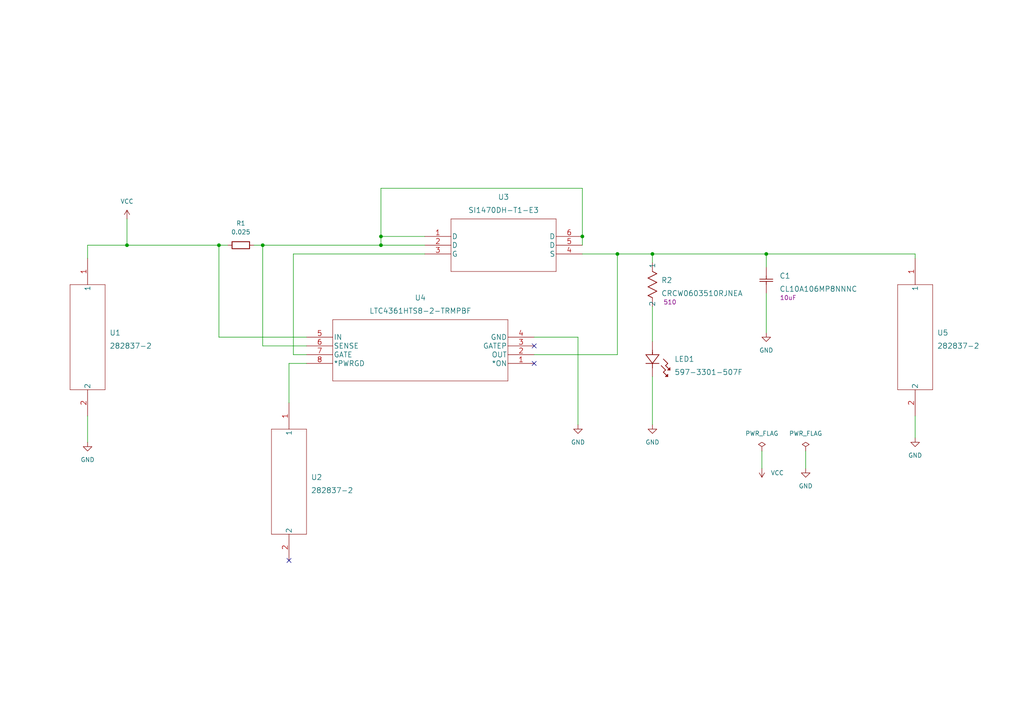
<source format=kicad_sch>
(kicad_sch (version 20211123) (generator eeschema)

  (uuid e7eaf61c-811d-4996-a347-5da7958d9c82)

  (paper "A4")

  (lib_symbols
    (symbol "282837-2:282837-2" (pin_names (offset 0.254)) (in_bom yes) (on_board yes)
      (property "Reference" "U" (id 0) (at 22.86 10.16 0)
        (effects (font (size 1.524 1.524)))
      )
      (property "Value" "282837-2" (id 1) (at 22.86 7.62 0)
        (effects (font (size 1.524 1.524)))
      )
      (property "Footprint" "282837-2_TYC" (id 2) (at 22.86 6.096 0)
        (effects (font (size 1.524 1.524)) hide)
      )
      (property "Datasheet" "" (id 3) (at 0 0 0)
        (effects (font (size 1.524 1.524)))
      )
      (property "ki_locked" "" (id 4) (at 0 0 0)
        (effects (font (size 1.27 1.27)))
      )
      (property "ki_fp_filters" "282837-2_TYC" (id 5) (at 0 0 0)
        (effects (font (size 1.27 1.27)) hide)
      )
      (symbol "282837-2_1_1"
        (polyline
          (pts
            (xy 7.62 -5.08)
            (xy 38.1 -5.08)
          )
          (stroke (width 0.127) (type default) (color 0 0 0 0))
          (fill (type none))
        )
        (polyline
          (pts
            (xy 7.62 5.08)
            (xy 7.62 -5.08)
          )
          (stroke (width 0.127) (type default) (color 0 0 0 0))
          (fill (type none))
        )
        (polyline
          (pts
            (xy 38.1 -5.08)
            (xy 38.1 5.08)
          )
          (stroke (width 0.127) (type default) (color 0 0 0 0))
          (fill (type none))
        )
        (polyline
          (pts
            (xy 38.1 5.08)
            (xy 7.62 5.08)
          )
          (stroke (width 0.127) (type default) (color 0 0 0 0))
          (fill (type none))
        )
        (pin unspecified line (at 0 0 0) (length 7.62)
          (name "1" (effects (font (size 1.4986 1.4986))))
          (number "1" (effects (font (size 1.4986 1.4986))))
        )
        (pin unspecified line (at 45.72 0 180) (length 7.62)
          (name "2" (effects (font (size 1.4986 1.4986))))
          (number "2" (effects (font (size 1.4986 1.4986))))
        )
      )
    )
    (symbol "597-3301-507F:597-3301-507F" (pin_numbers hide) (pin_names hide) (in_bom yes) (on_board yes)
      (property "Reference" "LED" (id 0) (at 5.08 -4.445 0)
        (effects (font (size 1.524 1.524)))
      )
      (property "Value" "597-3301-507F" (id 1) (at 5.08 -7.62 0)
        (effects (font (size 1.524 1.524)))
      )
      (property "Footprint" "LED_111-507F_DIA" (id 2) (at 5.08 -9.144 0)
        (effects (font (size 1.524 1.524)) hide)
      )
      (property "Datasheet" "" (id 3) (at 0 0 0)
        (effects (font (size 1.524 1.524)))
      )
      (property "ki_locked" "" (id 4) (at 0 0 0)
        (effects (font (size 1.27 1.27)))
      )
      (property "ki_fp_filters" "LED_111-507F_DIA" (id 5) (at 0 0 0)
        (effects (font (size 1.27 1.27)) hide)
      )
      (symbol "597-3301-507F_1_1"
        (polyline
          (pts
            (xy 2.54 0)
            (xy 3.4798 0)
          )
          (stroke (width 0.2032) (type default) (color 0 0 0 0))
          (fill (type none))
        )
        (polyline
          (pts
            (xy 3.175 0)
            (xy 3.81 0)
          )
          (stroke (width 0.2032) (type default) (color 0 0 0 0))
          (fill (type none))
        )
        (polyline
          (pts
            (xy 3.81 -1.905)
            (xy 6.35 0)
          )
          (stroke (width 0.2032) (type default) (color 0 0 0 0))
          (fill (type none))
        )
        (polyline
          (pts
            (xy 3.81 1.905)
            (xy 3.81 -1.905)
          )
          (stroke (width 0.2032) (type default) (color 0 0 0 0))
          (fill (type none))
        )
        (polyline
          (pts
            (xy 5.08 3.175)
            (xy 6.35 4.445)
          )
          (stroke (width 0.2032) (type default) (color 0 0 0 0))
          (fill (type none))
        )
        (polyline
          (pts
            (xy 6.35 -1.905)
            (xy 6.35 1.905)
          )
          (stroke (width 0.2032) (type default) (color 0 0 0 0))
          (fill (type none))
        )
        (polyline
          (pts
            (xy 6.35 0)
            (xy 3.81 1.905)
          )
          (stroke (width 0.2032) (type default) (color 0 0 0 0))
          (fill (type none))
        )
        (polyline
          (pts
            (xy 6.35 0)
            (xy 7.62 0)
          )
          (stroke (width 0.2032) (type default) (color 0 0 0 0))
          (fill (type none))
        )
        (polyline
          (pts
            (xy 6.35 4.445)
            (xy 6.985 3.81)
          )
          (stroke (width 0.2032) (type default) (color 0 0 0 0))
          (fill (type none))
        )
        (polyline
          (pts
            (xy 6.985 2.54)
            (xy 8.255 3.81)
          )
          (stroke (width 0.2032) (type default) (color 0 0 0 0))
          (fill (type none))
        )
        (polyline
          (pts
            (xy 6.985 3.81)
            (xy 8.255 5.08)
          )
          (stroke (width 0.2032) (type default) (color 0 0 0 0))
          (fill (type none))
        )
        (polyline
          (pts
            (xy 7.62 5.08)
            (xy 8.255 4.445)
          )
          (stroke (width 0.2032) (type default) (color 0 0 0 0))
          (fill (type none))
        )
        (polyline
          (pts
            (xy 8.255 3.81)
            (xy 8.89 3.175)
          )
          (stroke (width 0.2032) (type default) (color 0 0 0 0))
          (fill (type none))
        )
        (polyline
          (pts
            (xy 8.255 4.445)
            (xy 8.255 5.08)
          )
          (stroke (width 0.2032) (type default) (color 0 0 0 0))
          (fill (type none))
        )
        (polyline
          (pts
            (xy 8.255 5.08)
            (xy 7.62 5.08)
          )
          (stroke (width 0.2032) (type default) (color 0 0 0 0))
          (fill (type none))
        )
        (polyline
          (pts
            (xy 8.89 3.175)
            (xy 10.16 4.445)
          )
          (stroke (width 0.2032) (type default) (color 0 0 0 0))
          (fill (type none))
        )
        (polyline
          (pts
            (xy 9.525 4.445)
            (xy 10.16 3.81)
          )
          (stroke (width 0.2032) (type default) (color 0 0 0 0))
          (fill (type none))
        )
        (polyline
          (pts
            (xy 10.16 3.81)
            (xy 10.16 4.445)
          )
          (stroke (width 0.2032) (type default) (color 0 0 0 0))
          (fill (type none))
        )
        (polyline
          (pts
            (xy 10.16 4.445)
            (xy 9.525 4.445)
          )
          (stroke (width 0.2032) (type default) (color 0 0 0 0))
          (fill (type none))
        )
        (pin unspecified line (at 10.16 0 180) (length 2.54)
          (name "1" (effects (font (size 1.4986 1.4986))))
          (number "1" (effects (font (size 1.4986 1.4986))))
        )
        (pin unspecified line (at 0 0 0) (length 2.54)
          (name "2" (effects (font (size 1.4986 1.4986))))
          (number "2" (effects (font (size 1.4986 1.4986))))
        )
      )
    )
    (symbol "CL10A106MP8NNNC:CL10A106MP8NNNC" (pin_numbers hide) (pin_names (offset 1.651) hide) (in_bom yes) (on_board yes)
      (property "Reference" "C" (id 0) (at 3.81 3.81 0)
        (effects (font (size 1.524 1.524)))
      )
      (property "Value" "CL10A106MP8NNNC" (id 1) (at 3.81 -7.62 0)
        (effects (font (size 1.524 1.524)))
      )
      (property "Footprint" "CAP_CL10_SAM" (id 2) (at 3.81 -9.144 0)
        (effects (font (size 1.524 1.524)) hide)
      )
      (property "Datasheet" "" (id 3) (at 0 0 0)
        (effects (font (size 1.524 1.524)))
      )
      (property "ki_locked" "" (id 4) (at 0 0 0)
        (effects (font (size 1.27 1.27)))
      )
      (property "ki_fp_filters" "CAP_CL10_SAM CAP_CL10_SAM-M CAP_CL10_SAM-L" (id 5) (at 0 0 0)
        (effects (font (size 1.27 1.27)) hide)
      )
      (symbol "CL10A106MP8NNNC_1_1"
        (polyline
          (pts
            (xy 2.54 0)
            (xy 3.4798 0)
          )
          (stroke (width 0.2032) (type default) (color 0 0 0 0))
          (fill (type none))
        )
        (polyline
          (pts
            (xy 3.4798 -1.905)
            (xy 3.4798 1.905)
          )
          (stroke (width 0.2032) (type default) (color 0 0 0 0))
          (fill (type none))
        )
        (polyline
          (pts
            (xy 4.1148 -1.905)
            (xy 4.1148 1.905)
          )
          (stroke (width 0.2032) (type default) (color 0 0 0 0))
          (fill (type none))
        )
        (polyline
          (pts
            (xy 4.1148 0)
            (xy 5.08 0)
          )
          (stroke (width 0.2032) (type default) (color 0 0 0 0))
          (fill (type none))
        )
        (pin unspecified line (at 0 0 0) (length 2.54)
          (name "1" (effects (font (size 1.4986 1.4986))))
          (number "1" (effects (font (size 1.4986 1.4986))))
        )
        (pin unspecified line (at 7.62 0 180) (length 2.54)
          (name "2" (effects (font (size 1.4986 1.4986))))
          (number "2" (effects (font (size 1.4986 1.4986))))
        )
      )
    )
    (symbol "CRCW0603510RJNEA:CRCW0603510RJNEA" (pin_numbers hide) (pin_names (offset -2.54)) (in_bom yes) (on_board yes)
      (property "Reference" "R" (id 0) (at 5.715 3.81 0)
        (effects (font (size 1.524 1.524)))
      )
      (property "Value" "CRCW0603510RJNEA" (id 1) (at 6.35 -6.985 0)
        (effects (font (size 1.524 1.524)))
      )
      (property "Footprint" "RC0603N_VIS" (id 2) (at 6.35 -8.509 0)
        (effects (font (size 1.524 1.524)) hide)
      )
      (property "Datasheet" "" (id 3) (at 0 0 0)
        (effects (font (size 1.524 1.524)))
      )
      (property "ki_locked" "" (id 4) (at 0 0 0)
        (effects (font (size 1.27 1.27)))
      )
      (property "ki_fp_filters" "RC0603N_VIS RC0603N_VIS-M RC0603N_VIS-L" (id 5) (at 0 0 0)
        (effects (font (size 1.27 1.27)) hide)
      )
      (symbol "CRCW0603510RJNEA_1_1"
        (polyline
          (pts
            (xy 2.54 0)
            (xy 3.175 1.27)
          )
          (stroke (width 0.2032) (type default) (color 0 0 0 0))
          (fill (type none))
        )
        (polyline
          (pts
            (xy 3.175 1.27)
            (xy 4.445 -1.27)
          )
          (stroke (width 0.2032) (type default) (color 0 0 0 0))
          (fill (type none))
        )
        (polyline
          (pts
            (xy 4.445 -1.27)
            (xy 5.715 1.27)
          )
          (stroke (width 0.2032) (type default) (color 0 0 0 0))
          (fill (type none))
        )
        (polyline
          (pts
            (xy 5.715 1.27)
            (xy 6.985 -1.27)
          )
          (stroke (width 0.2032) (type default) (color 0 0 0 0))
          (fill (type none))
        )
        (polyline
          (pts
            (xy 6.985 -1.27)
            (xy 8.255 1.27)
          )
          (stroke (width 0.2032) (type default) (color 0 0 0 0))
          (fill (type none))
        )
        (polyline
          (pts
            (xy 8.255 1.27)
            (xy 9.525 -1.27)
          )
          (stroke (width 0.2032) (type default) (color 0 0 0 0))
          (fill (type none))
        )
        (polyline
          (pts
            (xy 9.525 -1.27)
            (xy 10.16 0)
          )
          (stroke (width 0.2032) (type default) (color 0 0 0 0))
          (fill (type none))
        )
        (pin unspecified line (at 12.7 0 180) (length 2.54)
          (name "1" (effects (font (size 1.4986 1.4986))))
          (number "1" (effects (font (size 1.4986 1.4986))))
        )
        (pin unspecified line (at 0 0 0) (length 2.54)
          (name "2" (effects (font (size 1.4986 1.4986))))
          (number "2" (effects (font (size 1.4986 1.4986))))
        )
      )
    )
    (symbol "Device:R" (pin_numbers hide) (pin_names (offset 0)) (in_bom yes) (on_board yes)
      (property "Reference" "R" (id 0) (at 2.032 0 90)
        (effects (font (size 1.27 1.27)))
      )
      (property "Value" "R" (id 1) (at 0 0 90)
        (effects (font (size 1.27 1.27)))
      )
      (property "Footprint" "" (id 2) (at -1.778 0 90)
        (effects (font (size 1.27 1.27)) hide)
      )
      (property "Datasheet" "~" (id 3) (at 0 0 0)
        (effects (font (size 1.27 1.27)) hide)
      )
      (property "ki_keywords" "R res resistor" (id 4) (at 0 0 0)
        (effects (font (size 1.27 1.27)) hide)
      )
      (property "ki_description" "Resistor" (id 5) (at 0 0 0)
        (effects (font (size 1.27 1.27)) hide)
      )
      (property "ki_fp_filters" "R_*" (id 6) (at 0 0 0)
        (effects (font (size 1.27 1.27)) hide)
      )
      (symbol "R_0_1"
        (rectangle (start -1.016 -2.54) (end 1.016 2.54)
          (stroke (width 0.254) (type default) (color 0 0 0 0))
          (fill (type none))
        )
      )
      (symbol "R_1_1"
        (pin passive line (at 0 3.81 270) (length 1.27)
          (name "~" (effects (font (size 1.27 1.27))))
          (number "1" (effects (font (size 1.27 1.27))))
        )
        (pin passive line (at 0 -3.81 90) (length 1.27)
          (name "~" (effects (font (size 1.27 1.27))))
          (number "2" (effects (font (size 1.27 1.27))))
        )
      )
    )
    (symbol "LTC4361HTS8-2-TRMPBF:LTC4361HTS8-2-TRMPBF" (pin_names (offset 0.254)) (in_bom yes) (on_board yes)
      (property "Reference" "U" (id 0) (at 33.02 10.16 0)
        (effects (font (size 1.524 1.524)))
      )
      (property "Value" "LTC4361HTS8-2-TRMPBF" (id 1) (at 33.02 7.62 0)
        (effects (font (size 1.524 1.524)))
      )
      (property "Footprint" "TSOT-23_TS8_LIT" (id 2) (at 33.02 6.096 0)
        (effects (font (size 1.524 1.524)) hide)
      )
      (property "Datasheet" "" (id 3) (at 0 0 0)
        (effects (font (size 1.524 1.524)))
      )
      (property "ki_locked" "" (id 4) (at 0 0 0)
        (effects (font (size 1.27 1.27)))
      )
      (property "ki_fp_filters" "TSOT-23_TS8_LIT TSOT-23_TS8_LIT-M TSOT-23_TS8_LIT-L" (id 5) (at 0 0 0)
        (effects (font (size 1.27 1.27)) hide)
      )
      (symbol "LTC4361HTS8-2-TRMPBF_1_1"
        (polyline
          (pts
            (xy 7.62 -12.7)
            (xy 58.42 -12.7)
          )
          (stroke (width 0.127) (type default) (color 0 0 0 0))
          (fill (type none))
        )
        (polyline
          (pts
            (xy 7.62 5.08)
            (xy 7.62 -12.7)
          )
          (stroke (width 0.127) (type default) (color 0 0 0 0))
          (fill (type none))
        )
        (polyline
          (pts
            (xy 58.42 -12.7)
            (xy 58.42 5.08)
          )
          (stroke (width 0.127) (type default) (color 0 0 0 0))
          (fill (type none))
        )
        (polyline
          (pts
            (xy 58.42 5.08)
            (xy 7.62 5.08)
          )
          (stroke (width 0.127) (type default) (color 0 0 0 0))
          (fill (type none))
        )
        (pin input line (at 0 0 0) (length 7.62)
          (name "*ON" (effects (font (size 1.4986 1.4986))))
          (number "1" (effects (font (size 1.4986 1.4986))))
        )
        (pin output line (at 0 -2.54 0) (length 7.62)
          (name "OUT" (effects (font (size 1.4986 1.4986))))
          (number "2" (effects (font (size 1.4986 1.4986))))
        )
        (pin unspecified line (at 0 -5.08 0) (length 7.62)
          (name "GATEP" (effects (font (size 1.4986 1.4986))))
          (number "3" (effects (font (size 1.4986 1.4986))))
        )
        (pin power_in line (at 0 -7.62 0) (length 7.62)
          (name "GND" (effects (font (size 1.4986 1.4986))))
          (number "4" (effects (font (size 1.4986 1.4986))))
        )
        (pin input line (at 66.04 -7.62 180) (length 7.62)
          (name "IN" (effects (font (size 1.4986 1.4986))))
          (number "5" (effects (font (size 1.4986 1.4986))))
        )
        (pin input line (at 66.04 -5.08 180) (length 7.62)
          (name "SENSE" (effects (font (size 1.4986 1.4986))))
          (number "6" (effects (font (size 1.4986 1.4986))))
        )
        (pin unspecified line (at 66.04 -2.54 180) (length 7.62)
          (name "GATE" (effects (font (size 1.4986 1.4986))))
          (number "7" (effects (font (size 1.4986 1.4986))))
        )
        (pin output line (at 66.04 0 180) (length 7.62)
          (name "*PWRGD" (effects (font (size 1.4986 1.4986))))
          (number "8" (effects (font (size 1.4986 1.4986))))
        )
      )
    )
    (symbol "SI1470DH-T1-E3:SI1470DH-T1-E3" (pin_names (offset 0.254)) (in_bom yes) (on_board yes)
      (property "Reference" "U" (id 0) (at 22.86 10.16 0)
        (effects (font (size 1.524 1.524)))
      )
      (property "Value" "SI1470DH-T1-E3" (id 1) (at 22.86 7.62 0)
        (effects (font (size 1.524 1.524)))
      )
      (property "Footprint" "SC-70-6_SI_VIS" (id 2) (at 22.86 6.096 0)
        (effects (font (size 1.524 1.524)) hide)
      )
      (property "Datasheet" "" (id 3) (at 0 0 0)
        (effects (font (size 1.524 1.524)))
      )
      (property "ki_locked" "" (id 4) (at 0 0 0)
        (effects (font (size 1.27 1.27)))
      )
      (property "ki_fp_filters" "SC-70-6_SI_VIS SC-70-6_SI_VIS-M SC-70-6_SI_VIS-L" (id 5) (at 0 0 0)
        (effects (font (size 1.27 1.27)) hide)
      )
      (symbol "SI1470DH-T1-E3_1_1"
        (polyline
          (pts
            (xy 7.62 -10.16)
            (xy 38.1 -10.16)
          )
          (stroke (width 0.127) (type default) (color 0 0 0 0))
          (fill (type none))
        )
        (polyline
          (pts
            (xy 7.62 5.08)
            (xy 7.62 -10.16)
          )
          (stroke (width 0.127) (type default) (color 0 0 0 0))
          (fill (type none))
        )
        (polyline
          (pts
            (xy 38.1 -10.16)
            (xy 38.1 5.08)
          )
          (stroke (width 0.127) (type default) (color 0 0 0 0))
          (fill (type none))
        )
        (polyline
          (pts
            (xy 38.1 5.08)
            (xy 7.62 5.08)
          )
          (stroke (width 0.127) (type default) (color 0 0 0 0))
          (fill (type none))
        )
        (pin unspecified line (at 0 0 0) (length 7.62)
          (name "D" (effects (font (size 1.4986 1.4986))))
          (number "1" (effects (font (size 1.4986 1.4986))))
        )
        (pin unspecified line (at 0 -2.54 0) (length 7.62)
          (name "D" (effects (font (size 1.4986 1.4986))))
          (number "2" (effects (font (size 1.4986 1.4986))))
        )
        (pin unspecified line (at 0 -5.08 0) (length 7.62)
          (name "G" (effects (font (size 1.4986 1.4986))))
          (number "3" (effects (font (size 1.4986 1.4986))))
        )
        (pin unspecified line (at 45.72 -5.08 180) (length 7.62)
          (name "S" (effects (font (size 1.4986 1.4986))))
          (number "4" (effects (font (size 1.4986 1.4986))))
        )
        (pin unspecified line (at 45.72 -2.54 180) (length 7.62)
          (name "D" (effects (font (size 1.4986 1.4986))))
          (number "5" (effects (font (size 1.4986 1.4986))))
        )
        (pin unspecified line (at 45.72 0 180) (length 7.62)
          (name "D" (effects (font (size 1.4986 1.4986))))
          (number "6" (effects (font (size 1.4986 1.4986))))
        )
      )
    )
    (symbol "power:GND" (power) (pin_names (offset 0)) (in_bom yes) (on_board yes)
      (property "Reference" "#PWR" (id 0) (at 0 -6.35 0)
        (effects (font (size 1.27 1.27)) hide)
      )
      (property "Value" "GND" (id 1) (at 0 -3.81 0)
        (effects (font (size 1.27 1.27)))
      )
      (property "Footprint" "" (id 2) (at 0 0 0)
        (effects (font (size 1.27 1.27)) hide)
      )
      (property "Datasheet" "" (id 3) (at 0 0 0)
        (effects (font (size 1.27 1.27)) hide)
      )
      (property "ki_keywords" "global power" (id 4) (at 0 0 0)
        (effects (font (size 1.27 1.27)) hide)
      )
      (property "ki_description" "Power symbol creates a global label with name \"GND\" , ground" (id 5) (at 0 0 0)
        (effects (font (size 1.27 1.27)) hide)
      )
      (symbol "GND_0_1"
        (polyline
          (pts
            (xy 0 0)
            (xy 0 -1.27)
            (xy 1.27 -1.27)
            (xy 0 -2.54)
            (xy -1.27 -1.27)
            (xy 0 -1.27)
          )
          (stroke (width 0) (type default) (color 0 0 0 0))
          (fill (type none))
        )
      )
      (symbol "GND_1_1"
        (pin power_in line (at 0 0 270) (length 0) hide
          (name "GND" (effects (font (size 1.27 1.27))))
          (number "1" (effects (font (size 1.27 1.27))))
        )
      )
    )
    (symbol "power:PWR_FLAG" (power) (pin_numbers hide) (pin_names (offset 0) hide) (in_bom yes) (on_board yes)
      (property "Reference" "#FLG" (id 0) (at 0 1.905 0)
        (effects (font (size 1.27 1.27)) hide)
      )
      (property "Value" "PWR_FLAG" (id 1) (at 0 3.81 0)
        (effects (font (size 1.27 1.27)))
      )
      (property "Footprint" "" (id 2) (at 0 0 0)
        (effects (font (size 1.27 1.27)) hide)
      )
      (property "Datasheet" "~" (id 3) (at 0 0 0)
        (effects (font (size 1.27 1.27)) hide)
      )
      (property "ki_keywords" "flag power" (id 4) (at 0 0 0)
        (effects (font (size 1.27 1.27)) hide)
      )
      (property "ki_description" "Special symbol for telling ERC where power comes from" (id 5) (at 0 0 0)
        (effects (font (size 1.27 1.27)) hide)
      )
      (symbol "PWR_FLAG_0_0"
        (pin power_out line (at 0 0 90) (length 0)
          (name "pwr" (effects (font (size 1.27 1.27))))
          (number "1" (effects (font (size 1.27 1.27))))
        )
      )
      (symbol "PWR_FLAG_0_1"
        (polyline
          (pts
            (xy 0 0)
            (xy 0 1.27)
            (xy -1.016 1.905)
            (xy 0 2.54)
            (xy 1.016 1.905)
            (xy 0 1.27)
          )
          (stroke (width 0) (type default) (color 0 0 0 0))
          (fill (type none))
        )
      )
    )
    (symbol "power:VCC" (power) (pin_names (offset 0)) (in_bom yes) (on_board yes)
      (property "Reference" "#PWR" (id 0) (at 0 -3.81 0)
        (effects (font (size 1.27 1.27)) hide)
      )
      (property "Value" "VCC" (id 1) (at 0 3.81 0)
        (effects (font (size 1.27 1.27)))
      )
      (property "Footprint" "" (id 2) (at 0 0 0)
        (effects (font (size 1.27 1.27)) hide)
      )
      (property "Datasheet" "" (id 3) (at 0 0 0)
        (effects (font (size 1.27 1.27)) hide)
      )
      (property "ki_keywords" "global power" (id 4) (at 0 0 0)
        (effects (font (size 1.27 1.27)) hide)
      )
      (property "ki_description" "Power symbol creates a global label with name \"VCC\"" (id 5) (at 0 0 0)
        (effects (font (size 1.27 1.27)) hide)
      )
      (symbol "VCC_0_1"
        (polyline
          (pts
            (xy -0.762 1.27)
            (xy 0 2.54)
          )
          (stroke (width 0) (type default) (color 0 0 0 0))
          (fill (type none))
        )
        (polyline
          (pts
            (xy 0 0)
            (xy 0 2.54)
          )
          (stroke (width 0) (type default) (color 0 0 0 0))
          (fill (type none))
        )
        (polyline
          (pts
            (xy 0 2.54)
            (xy 0.762 1.27)
          )
          (stroke (width 0) (type default) (color 0 0 0 0))
          (fill (type none))
        )
      )
      (symbol "VCC_1_1"
        (pin power_in line (at 0 0 90) (length 0) hide
          (name "VCC" (effects (font (size 1.27 1.27))))
          (number "1" (effects (font (size 1.27 1.27))))
        )
      )
    )
  )


  (junction (at 110.49 68.58) (diameter 0) (color 0 0 0 0)
    (uuid 14893640-2c6a-446f-bfc4-a2b3fe71706a)
  )
  (junction (at 76.2 71.12) (diameter 0) (color 0 0 0 0)
    (uuid 8943dc66-fcc9-424c-95e0-1ea344007acc)
  )
  (junction (at 189.23 73.66) (diameter 0) (color 0 0 0 0)
    (uuid a5df2e2e-46e2-45a2-bc7b-fee6858e5935)
  )
  (junction (at 168.91 68.58) (diameter 0) (color 0 0 0 0)
    (uuid b09397fd-106b-48d0-a3dc-b69969f5c240)
  )
  (junction (at 63.5 71.12) (diameter 0) (color 0 0 0 0)
    (uuid b4d2d7fb-e1e7-455c-a476-4f6f832624ab)
  )
  (junction (at 36.83 71.12) (diameter 0) (color 0 0 0 0)
    (uuid cc2617df-d581-4905-8fdc-748bc0c9e844)
  )
  (junction (at 179.07 73.66) (diameter 0) (color 0 0 0 0)
    (uuid dff62d55-7386-492f-8f7f-f35f06c0b11c)
  )
  (junction (at 110.49 71.12) (diameter 0) (color 0 0 0 0)
    (uuid e09bc0d9-4132-4a00-bc92-7a76c094bec0)
  )
  (junction (at 222.25 73.66) (diameter 0) (color 0 0 0 0)
    (uuid efcf7a21-c175-4323-b398-430011cb6918)
  )

  (no_connect (at 154.94 105.41) (uuid d1772af0-cbd0-4c26-83b7-23f48230e796))
  (no_connect (at 83.82 162.56) (uuid e4d8542e-d8d8-42a7-8e39-007f70620012))
  (no_connect (at 154.94 100.33) (uuid fe338fa0-3bda-46b7-86d1-2e59e69c6a10))

  (wire (pts (xy 154.94 102.87) (xy 179.07 102.87))
    (stroke (width 0) (type default) (color 0 0 0 0))
    (uuid 01c6ec3c-df61-477c-81c3-1c96dcd28ec6)
  )
  (wire (pts (xy 189.23 73.66) (xy 189.23 76.2))
    (stroke (width 0) (type default) (color 0 0 0 0))
    (uuid 180bcb56-42d7-472f-8677-842791443837)
  )
  (wire (pts (xy 88.9 105.41) (xy 83.82 105.41))
    (stroke (width 0) (type default) (color 0 0 0 0))
    (uuid 1911b252-485b-4d2c-8784-f74aa39d5557)
  )
  (wire (pts (xy 179.07 102.87) (xy 179.07 73.66))
    (stroke (width 0) (type default) (color 0 0 0 0))
    (uuid 225de668-29e5-455d-a748-715e60838d14)
  )
  (wire (pts (xy 168.91 73.66) (xy 179.07 73.66))
    (stroke (width 0) (type default) (color 0 0 0 0))
    (uuid 2afa9de2-83dd-438a-9e40-dc0ee467a0c8)
  )
  (wire (pts (xy 222.25 73.66) (xy 265.43 73.66))
    (stroke (width 0) (type default) (color 0 0 0 0))
    (uuid 393a4f9f-d4b4-446d-843a-4023eae6f78c)
  )
  (wire (pts (xy 179.07 73.66) (xy 189.23 73.66))
    (stroke (width 0) (type default) (color 0 0 0 0))
    (uuid 39b0fb08-7456-4e89-9712-833e0dc17240)
  )
  (wire (pts (xy 73.66 71.12) (xy 76.2 71.12))
    (stroke (width 0) (type default) (color 0 0 0 0))
    (uuid 3e3c81e4-cedf-4704-b0a2-fd4a449e2f29)
  )
  (wire (pts (xy 88.9 102.87) (xy 85.09 102.87))
    (stroke (width 0) (type default) (color 0 0 0 0))
    (uuid 468eac7b-8d68-457c-82c8-955eb0459b8b)
  )
  (wire (pts (xy 63.5 97.79) (xy 63.5 71.12))
    (stroke (width 0) (type default) (color 0 0 0 0))
    (uuid 47250cbc-b518-43a2-80c1-862fdd71fef9)
  )
  (wire (pts (xy 25.4 120.65) (xy 25.4 128.27))
    (stroke (width 0) (type default) (color 0 0 0 0))
    (uuid 5757e19f-8c4e-49cd-97e1-506ccdf35fbd)
  )
  (wire (pts (xy 154.94 97.79) (xy 167.64 97.79))
    (stroke (width 0) (type default) (color 0 0 0 0))
    (uuid 5eade7a7-214f-4bef-b83f-baafaa790b01)
  )
  (wire (pts (xy 189.23 88.9) (xy 189.23 99.06))
    (stroke (width 0) (type default) (color 0 0 0 0))
    (uuid 62387976-849a-46c4-ae33-796e57b29e50)
  )
  (wire (pts (xy 85.09 102.87) (xy 85.09 73.66))
    (stroke (width 0) (type default) (color 0 0 0 0))
    (uuid 64ff830f-ae55-4543-a0f3-966217f3268b)
  )
  (wire (pts (xy 25.4 71.12) (xy 36.83 71.12))
    (stroke (width 0) (type default) (color 0 0 0 0))
    (uuid 66be2228-d289-4265-8c3c-3a3e723a258f)
  )
  (wire (pts (xy 222.25 73.66) (xy 222.25 77.47))
    (stroke (width 0) (type default) (color 0 0 0 0))
    (uuid 681a197c-946a-4569-ba51-088096f97253)
  )
  (wire (pts (xy 36.83 63.5) (xy 36.83 71.12))
    (stroke (width 0) (type default) (color 0 0 0 0))
    (uuid 7aeca2bc-1628-4b4b-92d9-9bcec4c77d01)
  )
  (wire (pts (xy 222.25 85.09) (xy 222.25 96.52))
    (stroke (width 0) (type default) (color 0 0 0 0))
    (uuid 7b88b6a6-14f4-40e5-94b4-7ae30e73c124)
  )
  (wire (pts (xy 36.83 71.12) (xy 63.5 71.12))
    (stroke (width 0) (type default) (color 0 0 0 0))
    (uuid 7caf0718-065a-4054-b8c2-6490308b98af)
  )
  (wire (pts (xy 63.5 71.12) (xy 66.04 71.12))
    (stroke (width 0) (type default) (color 0 0 0 0))
    (uuid 8b12d6a4-8d0f-47e6-b8c8-1f6252717182)
  )
  (wire (pts (xy 189.23 109.22) (xy 189.23 123.19))
    (stroke (width 0) (type default) (color 0 0 0 0))
    (uuid 8b172e97-b084-44f0-9066-3d81c0acc460)
  )
  (wire (pts (xy 189.23 73.66) (xy 222.25 73.66))
    (stroke (width 0) (type default) (color 0 0 0 0))
    (uuid 8d00b8b5-644c-463f-994a-101e12c7553f)
  )
  (wire (pts (xy 220.98 130.81) (xy 220.98 135.89))
    (stroke (width 0) (type default) (color 0 0 0 0))
    (uuid 9009c695-da8d-4527-9761-9eb42675d252)
  )
  (wire (pts (xy 76.2 100.33) (xy 76.2 71.12))
    (stroke (width 0) (type default) (color 0 0 0 0))
    (uuid 95b24911-8c49-4a04-b764-ddd0fddfbb5a)
  )
  (wire (pts (xy 85.09 73.66) (xy 123.19 73.66))
    (stroke (width 0) (type default) (color 0 0 0 0))
    (uuid 97fa464a-98b2-441b-b29a-f7a1f1c1e618)
  )
  (wire (pts (xy 168.91 68.58) (xy 168.91 71.12))
    (stroke (width 0) (type default) (color 0 0 0 0))
    (uuid 98b6adec-c763-44de-b6c5-898b84f5391f)
  )
  (wire (pts (xy 168.91 54.61) (xy 110.49 54.61))
    (stroke (width 0) (type default) (color 0 0 0 0))
    (uuid 990d13c4-3f0e-46dd-bd2f-e9ded1256c51)
  )
  (wire (pts (xy 110.49 54.61) (xy 110.49 68.58))
    (stroke (width 0) (type default) (color 0 0 0 0))
    (uuid a2b466c1-f379-4144-8441-4b5a6b93f9df)
  )
  (wire (pts (xy 88.9 100.33) (xy 76.2 100.33))
    (stroke (width 0) (type default) (color 0 0 0 0))
    (uuid a3792e9c-8237-4d93-8c37-52502e7cc2ac)
  )
  (wire (pts (xy 25.4 74.93) (xy 25.4 71.12))
    (stroke (width 0) (type default) (color 0 0 0 0))
    (uuid ab27ea9e-c514-4115-aa52-016d21daf67d)
  )
  (wire (pts (xy 83.82 105.41) (xy 83.82 116.84))
    (stroke (width 0) (type default) (color 0 0 0 0))
    (uuid b6d6556e-0cae-484a-9b16-c5f03a780760)
  )
  (wire (pts (xy 265.43 120.65) (xy 265.43 127))
    (stroke (width 0) (type default) (color 0 0 0 0))
    (uuid bfb305f7-41a2-44d4-a087-4e75bee39d4c)
  )
  (wire (pts (xy 88.9 97.79) (xy 63.5 97.79))
    (stroke (width 0) (type default) (color 0 0 0 0))
    (uuid c06b6de3-5185-458b-b54e-e6fadbac340f)
  )
  (wire (pts (xy 123.19 68.58) (xy 110.49 68.58))
    (stroke (width 0) (type default) (color 0 0 0 0))
    (uuid c5a80fba-d662-464c-a5ff-b6e8da7ca045)
  )
  (wire (pts (xy 168.91 54.61) (xy 168.91 68.58))
    (stroke (width 0) (type default) (color 0 0 0 0))
    (uuid ce3cba68-740a-4cb8-82c7-b9cab86196c5)
  )
  (wire (pts (xy 265.43 73.66) (xy 265.43 74.93))
    (stroke (width 0) (type default) (color 0 0 0 0))
    (uuid d35b6514-da53-4062-9bdb-db9686e57dbe)
  )
  (wire (pts (xy 110.49 68.58) (xy 110.49 71.12))
    (stroke (width 0) (type default) (color 0 0 0 0))
    (uuid d8c6a345-3c07-4361-a871-03a5b3703dfb)
  )
  (wire (pts (xy 233.68 130.81) (xy 233.68 135.89))
    (stroke (width 0) (type default) (color 0 0 0 0))
    (uuid e5fca432-a99a-4755-8f33-f6eb184b8a76)
  )
  (wire (pts (xy 76.2 71.12) (xy 110.49 71.12))
    (stroke (width 0) (type default) (color 0 0 0 0))
    (uuid fb39543e-3c65-4df5-98d4-e88c7db9d60c)
  )
  (wire (pts (xy 110.49 71.12) (xy 123.19 71.12))
    (stroke (width 0) (type default) (color 0 0 0 0))
    (uuid fd3ae33a-6597-49cc-87f2-d620df0fe330)
  )
  (wire (pts (xy 167.64 97.79) (xy 167.64 123.19))
    (stroke (width 0) (type default) (color 0 0 0 0))
    (uuid ff95fa30-2c3f-40de-913a-d3024e33a999)
  )

  (symbol (lib_id "power:GND") (at 167.64 123.19 0) (unit 1)
    (in_bom yes) (on_board yes) (fields_autoplaced)
    (uuid 003800ad-9802-4a43-8771-09002ca568c2)
    (property "Reference" "#PWR03" (id 0) (at 167.64 129.54 0)
      (effects (font (size 1.27 1.27)) hide)
    )
    (property "Value" "GND" (id 1) (at 167.64 128.27 0))
    (property "Footprint" "" (id 2) (at 167.64 123.19 0)
      (effects (font (size 1.27 1.27)) hide)
    )
    (property "Datasheet" "" (id 3) (at 167.64 123.19 0)
      (effects (font (size 1.27 1.27)) hide)
    )
    (pin "1" (uuid 55f446d3-db71-4a37-9bd9-177eb8873998))
  )

  (symbol (lib_id "Device:R") (at 69.85 71.12 90) (unit 1)
    (in_bom yes) (on_board yes) (fields_autoplaced)
    (uuid 084e84d3-7679-48fe-9040-8e3c076034f8)
    (property "Reference" "R1" (id 0) (at 69.85 64.77 90))
    (property "Value" "0.025" (id 1) (at 69.85 67.31 90))
    (property "Footprint" "myfootprints:WSL0603R0510FEA" (id 2) (at 69.85 72.898 90)
      (effects (font (size 1.27 1.27)) hide)
    )
    (property "Datasheet" "~" (id 3) (at 69.85 71.12 0)
      (effects (font (size 1.27 1.27)) hide)
    )
    (pin "1" (uuid 40f5a0ea-9920-45d5-9310-e7b73feab652))
    (pin "2" (uuid 5f97a367-9d2b-4e02-a5a7-7d291d298795))
  )

  (symbol (lib_id "597-3301-507F:597-3301-507F") (at 189.23 99.06 270) (unit 1)
    (in_bom yes) (on_board yes) (fields_autoplaced)
    (uuid 1858dc81-2b32-4efa-af08-335cadbb5294)
    (property "Reference" "LED1" (id 0) (at 195.58 104.14 90)
      (effects (font (size 1.524 1.524)) (justify left))
    )
    (property "Value" "597-3301-507F" (id 1) (at 195.58 107.95 90)
      (effects (font (size 1.524 1.524)) (justify left))
    )
    (property "Footprint" "myfootprints:597-3301-507F" (id 2) (at 180.086 104.14 0)
      (effects (font (size 1.524 1.524)) hide)
    )
    (property "Datasheet" "" (id 3) (at 189.23 99.06 0)
      (effects (font (size 1.524 1.524)))
    )
    (pin "1" (uuid b5708132-fb03-4b3a-a9e1-3a6bb8c491de))
    (pin "2" (uuid 5c9106cf-5254-4867-ba59-a1e52b6a0d4c))
  )

  (symbol (lib_id "LTC4361HTS8-2-TRMPBF:LTC4361HTS8-2-TRMPBF") (at 154.94 105.41 180) (unit 1)
    (in_bom yes) (on_board yes) (fields_autoplaced)
    (uuid 294d56b9-c9b3-46d8-b574-f6171ee8b107)
    (property "Reference" "U4" (id 0) (at 121.92 86.36 0)
      (effects (font (size 1.524 1.524)))
    )
    (property "Value" "LTC4361HTS8-2-TRMPBF" (id 1) (at 121.92 90.17 0)
      (effects (font (size 1.524 1.524)))
    )
    (property "Footprint" "myfootprints:LTC4361HTS8-2-TRMPBF" (id 2) (at 121.92 111.506 0)
      (effects (font (size 1.524 1.524)) hide)
    )
    (property "Datasheet" "" (id 3) (at 154.94 105.41 0)
      (effects (font (size 1.524 1.524)))
    )
    (pin "1" (uuid 951e6504-9bf6-4857-b835-7c722f43fcb2))
    (pin "2" (uuid 2eacfbb3-7182-4353-bd86-e763b64f8080))
    (pin "3" (uuid 13b8fb83-41a1-4815-816d-e7591037ec6c))
    (pin "4" (uuid 874ee239-b161-42c4-a92d-5649ae559808))
    (pin "5" (uuid 28c44d9c-f44a-4a63-9070-e955512a20f5))
    (pin "6" (uuid 2378e0d9-0711-4ebe-920d-25cf9afbf5cc))
    (pin "7" (uuid c91ff03e-4823-4afa-9b7f-4ff4be67399b))
    (pin "8" (uuid 71715513-880a-4656-b86c-af7a04878205))
  )

  (symbol (lib_id "CRCW0603510RJNEA:CRCW0603510RJNEA") (at 189.23 88.9 90) (unit 1)
    (in_bom yes) (on_board yes)
    (uuid 2a4428bc-edfe-4d44-85c7-20c5fb2a4201)
    (property "Reference" "R2" (id 0) (at 191.77 81.28 90)
      (effects (font (size 1.524 1.524)) (justify right))
    )
    (property "Value" "CRCW0603510RJNEA" (id 1) (at 191.77 85.09 90)
      (effects (font (size 1.524 1.524)) (justify right))
    )
    (property "Footprint" "myfootprints:CRCW0603510RJNEA" (id 2) (at 197.739 82.55 0)
      (effects (font (size 1.524 1.524)) hide)
    )
    (property "Datasheet" "" (id 3) (at 189.23 88.9 0)
      (effects (font (size 1.524 1.524)))
    )
    (property "Rvalue" "510" (id 4) (at 194.31 87.63 90))
    (pin "1" (uuid 95a61cc9-54ec-440b-a529-69e92c819f53))
    (pin "2" (uuid 17a8bdc6-66e5-4ed2-813b-897f02848208))
  )

  (symbol (lib_id "power:VCC") (at 36.83 63.5 0) (unit 1)
    (in_bom yes) (on_board yes) (fields_autoplaced)
    (uuid 40b7cf2f-83ae-42c9-a353-46fe482cac69)
    (property "Reference" "#PWR02" (id 0) (at 36.83 67.31 0)
      (effects (font (size 1.27 1.27)) hide)
    )
    (property "Value" "VCC" (id 1) (at 36.83 58.42 0))
    (property "Footprint" "" (id 2) (at 36.83 63.5 0)
      (effects (font (size 1.27 1.27)) hide)
    )
    (property "Datasheet" "" (id 3) (at 36.83 63.5 0)
      (effects (font (size 1.27 1.27)) hide)
    )
    (pin "1" (uuid 9dd3b0eb-83ad-412a-ac1b-990986557781))
  )

  (symbol (lib_id "power:PWR_FLAG") (at 220.98 130.81 0) (unit 1)
    (in_bom yes) (on_board yes) (fields_autoplaced)
    (uuid 693a75d1-e64b-4ca0-aee4-d69f0d6ce7be)
    (property "Reference" "#FLG0101" (id 0) (at 220.98 128.905 0)
      (effects (font (size 1.27 1.27)) hide)
    )
    (property "Value" "PWR_FLAG" (id 1) (at 220.98 125.73 0))
    (property "Footprint" "" (id 2) (at 220.98 130.81 0)
      (effects (font (size 1.27 1.27)) hide)
    )
    (property "Datasheet" "~" (id 3) (at 220.98 130.81 0)
      (effects (font (size 1.27 1.27)) hide)
    )
    (pin "1" (uuid 41c88928-a357-418d-ba05-f4e935e28589))
  )

  (symbol (lib_id "SI1470DH-T1-E3:SI1470DH-T1-E3") (at 123.19 68.58 0) (unit 1)
    (in_bom yes) (on_board yes) (fields_autoplaced)
    (uuid 7661b189-24bf-4414-b5b5-28e86570827c)
    (property "Reference" "U3" (id 0) (at 146.05 57.15 0)
      (effects (font (size 1.524 1.524)))
    )
    (property "Value" "SI1470DH-T1-E3" (id 1) (at 146.05 60.96 0)
      (effects (font (size 1.524 1.524)))
    )
    (property "Footprint" "myfootprints:SI1470DH-T1-E3" (id 2) (at 146.05 62.484 0)
      (effects (font (size 1.524 1.524)) hide)
    )
    (property "Datasheet" "" (id 3) (at 123.19 68.58 0)
      (effects (font (size 1.524 1.524)))
    )
    (pin "1" (uuid df9291f9-77e1-4cd4-90b1-a224faf6c6d0))
    (pin "2" (uuid 0b565111-99a0-4c23-9160-b0d8464d7eda))
    (pin "3" (uuid f3617b09-cc88-4e7d-a733-4bbd63fc49b5))
    (pin "4" (uuid 7a7e1467-f815-4630-a2eb-0b23099cbe27))
    (pin "5" (uuid 2c1dd0c7-4813-4555-8e69-ea045dbf1a26))
    (pin "6" (uuid 04232d21-5daa-411a-b67e-79dc23c20b58))
  )

  (symbol (lib_id "power:GND") (at 25.4 128.27 0) (unit 1)
    (in_bom yes) (on_board yes) (fields_autoplaced)
    (uuid 920e7cc1-2556-4e5c-8bff-c4c982f2f5aa)
    (property "Reference" "#PWR01" (id 0) (at 25.4 134.62 0)
      (effects (font (size 1.27 1.27)) hide)
    )
    (property "Value" "GND" (id 1) (at 25.4 133.35 0))
    (property "Footprint" "" (id 2) (at 25.4 128.27 0)
      (effects (font (size 1.27 1.27)) hide)
    )
    (property "Datasheet" "" (id 3) (at 25.4 128.27 0)
      (effects (font (size 1.27 1.27)) hide)
    )
    (pin "1" (uuid d44e6a9e-afdb-4050-bafe-96d6c719c27c))
  )

  (symbol (lib_id "power:PWR_FLAG") (at 233.68 130.81 0) (unit 1)
    (in_bom yes) (on_board yes) (fields_autoplaced)
    (uuid 95e84989-5076-4c46-a89c-4d66fbb78884)
    (property "Reference" "#FLG0102" (id 0) (at 233.68 128.905 0)
      (effects (font (size 1.27 1.27)) hide)
    )
    (property "Value" "PWR_FLAG" (id 1) (at 233.68 125.73 0))
    (property "Footprint" "" (id 2) (at 233.68 130.81 0)
      (effects (font (size 1.27 1.27)) hide)
    )
    (property "Datasheet" "~" (id 3) (at 233.68 130.81 0)
      (effects (font (size 1.27 1.27)) hide)
    )
    (pin "1" (uuid 8c206776-7868-411c-b483-f025dc5b87b3))
  )

  (symbol (lib_id "282837-2:282837-2") (at 25.4 74.93 270) (unit 1)
    (in_bom yes) (on_board yes) (fields_autoplaced)
    (uuid 9c65acab-08f9-476c-acdd-73bf5dde897c)
    (property "Reference" "U1" (id 0) (at 31.75 96.52 90)
      (effects (font (size 1.524 1.524)) (justify left))
    )
    (property "Value" "282837-2" (id 1) (at 31.75 100.33 90)
      (effects (font (size 1.524 1.524)) (justify left))
    )
    (property "Footprint" "myfootprints:282837-2" (id 2) (at 31.496 97.79 0)
      (effects (font (size 1.524 1.524)) hide)
    )
    (property "Datasheet" "" (id 3) (at 25.4 74.93 0)
      (effects (font (size 1.524 1.524)))
    )
    (pin "1" (uuid b0f770a1-ebac-466a-8d81-6de6fc67063f))
    (pin "2" (uuid 74a05da0-99a2-4abd-ac41-3132469b0fdd))
  )

  (symbol (lib_id "power:GND") (at 189.23 123.19 0) (unit 1)
    (in_bom yes) (on_board yes) (fields_autoplaced)
    (uuid a257c915-2af6-4cd6-a01f-7b67be1a5701)
    (property "Reference" "#PWR04" (id 0) (at 189.23 129.54 0)
      (effects (font (size 1.27 1.27)) hide)
    )
    (property "Value" "GND" (id 1) (at 189.23 128.27 0))
    (property "Footprint" "" (id 2) (at 189.23 123.19 0)
      (effects (font (size 1.27 1.27)) hide)
    )
    (property "Datasheet" "" (id 3) (at 189.23 123.19 0)
      (effects (font (size 1.27 1.27)) hide)
    )
    (pin "1" (uuid 2ae6465b-d569-4eaa-b5b7-f3912ebb52fc))
  )

  (symbol (lib_id "power:VCC") (at 220.98 135.89 180) (unit 1)
    (in_bom yes) (on_board yes) (fields_autoplaced)
    (uuid a73ebea2-73ee-491f-ae71-92d523b4d913)
    (property "Reference" "#PWR0101" (id 0) (at 220.98 132.08 0)
      (effects (font (size 1.27 1.27)) hide)
    )
    (property "Value" "VCC" (id 1) (at 223.52 137.1599 0)
      (effects (font (size 1.27 1.27)) (justify right))
    )
    (property "Footprint" "" (id 2) (at 220.98 135.89 0)
      (effects (font (size 1.27 1.27)) hide)
    )
    (property "Datasheet" "" (id 3) (at 220.98 135.89 0)
      (effects (font (size 1.27 1.27)) hide)
    )
    (pin "1" (uuid 5c827dae-f58f-4484-a858-1ada7b46ffc0))
  )

  (symbol (lib_id "282837-2:282837-2") (at 83.82 116.84 270) (unit 1)
    (in_bom yes) (on_board yes) (fields_autoplaced)
    (uuid b9c42491-2f40-4dcc-a556-87ef8daf5d15)
    (property "Reference" "U2" (id 0) (at 90.17 138.43 90)
      (effects (font (size 1.524 1.524)) (justify left))
    )
    (property "Value" "282837-2" (id 1) (at 90.17 142.24 90)
      (effects (font (size 1.524 1.524)) (justify left))
    )
    (property "Footprint" "myfootprints:282837-2" (id 2) (at 89.916 139.7 0)
      (effects (font (size 1.524 1.524)) hide)
    )
    (property "Datasheet" "" (id 3) (at 83.82 116.84 0)
      (effects (font (size 1.524 1.524)))
    )
    (pin "1" (uuid e45ba810-1d53-427f-80e7-f7622301baa8))
    (pin "2" (uuid 0c49ef85-a33c-40bf-a6e7-e7f892ee7717))
  )

  (symbol (lib_id "power:GND") (at 265.43 127 0) (unit 1)
    (in_bom yes) (on_board yes) (fields_autoplaced)
    (uuid bf3a4b93-bf6f-497f-9a2b-5f2fb0e684eb)
    (property "Reference" "#PWR06" (id 0) (at 265.43 133.35 0)
      (effects (font (size 1.27 1.27)) hide)
    )
    (property "Value" "GND" (id 1) (at 265.43 132.08 0))
    (property "Footprint" "" (id 2) (at 265.43 127 0)
      (effects (font (size 1.27 1.27)) hide)
    )
    (property "Datasheet" "" (id 3) (at 265.43 127 0)
      (effects (font (size 1.27 1.27)) hide)
    )
    (pin "1" (uuid 9bd68442-9b0d-425e-bf2a-a4c58d865394))
  )

  (symbol (lib_id "power:GND") (at 222.25 96.52 0) (unit 1)
    (in_bom yes) (on_board yes) (fields_autoplaced)
    (uuid cc2c45fd-602d-4751-b17a-c8584048ccab)
    (property "Reference" "#PWR05" (id 0) (at 222.25 102.87 0)
      (effects (font (size 1.27 1.27)) hide)
    )
    (property "Value" "GND" (id 1) (at 222.25 101.6 0))
    (property "Footprint" "" (id 2) (at 222.25 96.52 0)
      (effects (font (size 1.27 1.27)) hide)
    )
    (property "Datasheet" "" (id 3) (at 222.25 96.52 0)
      (effects (font (size 1.27 1.27)) hide)
    )
    (pin "1" (uuid 5ecbe478-b58a-425d-b8ab-f3b609722feb))
  )

  (symbol (lib_id "power:GND") (at 233.68 135.89 0) (unit 1)
    (in_bom yes) (on_board yes) (fields_autoplaced)
    (uuid da8a731a-8858-4a5d-9cc9-db1853f3a2fe)
    (property "Reference" "#PWR0102" (id 0) (at 233.68 142.24 0)
      (effects (font (size 1.27 1.27)) hide)
    )
    (property "Value" "GND" (id 1) (at 233.68 140.97 0))
    (property "Footprint" "" (id 2) (at 233.68 135.89 0)
      (effects (font (size 1.27 1.27)) hide)
    )
    (property "Datasheet" "" (id 3) (at 233.68 135.89 0)
      (effects (font (size 1.27 1.27)) hide)
    )
    (pin "1" (uuid 5b743d70-964d-416b-b621-358723833920))
  )

  (symbol (lib_id "282837-2:282837-2") (at 265.43 74.93 270) (unit 1)
    (in_bom yes) (on_board yes) (fields_autoplaced)
    (uuid e66cacd6-128f-4969-a301-5ee261e88fab)
    (property "Reference" "U5" (id 0) (at 271.78 96.52 90)
      (effects (font (size 1.524 1.524)) (justify left))
    )
    (property "Value" "282837-2" (id 1) (at 271.78 100.33 90)
      (effects (font (size 1.524 1.524)) (justify left))
    )
    (property "Footprint" "myfootprints:282837-2" (id 2) (at 271.526 97.79 0)
      (effects (font (size 1.524 1.524)) hide)
    )
    (property "Datasheet" "" (id 3) (at 265.43 74.93 0)
      (effects (font (size 1.524 1.524)))
    )
    (pin "1" (uuid ebddb0f9-5193-4c9c-aa12-91f4da138570))
    (pin "2" (uuid 2ca7257b-a3b2-48d5-bd00-ee8f8b48aa5e))
  )

  (symbol (lib_id "CL10A106MP8NNNC:CL10A106MP8NNNC") (at 222.25 85.09 90) (unit 1)
    (in_bom yes) (on_board yes)
    (uuid ef5a174a-7287-45d9-b4b0-93a52b9c34c0)
    (property "Reference" "C1" (id 0) (at 226.06 80.01 90)
      (effects (font (size 1.524 1.524)) (justify right))
    )
    (property "Value" "CL10A106MP8NNNC" (id 1) (at 226.06 83.82 90)
      (effects (font (size 1.524 1.524)) (justify right))
    )
    (property "Footprint" "myfootprints:CL10A106MP8NNNC" (id 2) (at 231.394 81.28 0)
      (effects (font (size 1.524 1.524)) hide)
    )
    (property "Datasheet" "" (id 3) (at 222.25 85.09 0)
      (effects (font (size 1.524 1.524)))
    )
    (property "Cvalue" "10uF" (id 4) (at 228.6 86.36 90))
    (pin "1" (uuid fc69c353-b3e8-4262-b661-5a6978b5c75b))
    (pin "2" (uuid 11b49fe9-718d-46e8-93cb-d112632b4a90))
  )

  (sheet_instances
    (path "/" (page "1"))
  )

  (symbol_instances
    (path "/693a75d1-e64b-4ca0-aee4-d69f0d6ce7be"
      (reference "#FLG0101") (unit 1) (value "PWR_FLAG") (footprint "")
    )
    (path "/95e84989-5076-4c46-a89c-4d66fbb78884"
      (reference "#FLG0102") (unit 1) (value "PWR_FLAG") (footprint "")
    )
    (path "/920e7cc1-2556-4e5c-8bff-c4c982f2f5aa"
      (reference "#PWR01") (unit 1) (value "GND") (footprint "")
    )
    (path "/40b7cf2f-83ae-42c9-a353-46fe482cac69"
      (reference "#PWR02") (unit 1) (value "VCC") (footprint "")
    )
    (path "/003800ad-9802-4a43-8771-09002ca568c2"
      (reference "#PWR03") (unit 1) (value "GND") (footprint "")
    )
    (path "/a257c915-2af6-4cd6-a01f-7b67be1a5701"
      (reference "#PWR04") (unit 1) (value "GND") (footprint "")
    )
    (path "/cc2c45fd-602d-4751-b17a-c8584048ccab"
      (reference "#PWR05") (unit 1) (value "GND") (footprint "")
    )
    (path "/bf3a4b93-bf6f-497f-9a2b-5f2fb0e684eb"
      (reference "#PWR06") (unit 1) (value "GND") (footprint "")
    )
    (path "/a73ebea2-73ee-491f-ae71-92d523b4d913"
      (reference "#PWR0101") (unit 1) (value "VCC") (footprint "")
    )
    (path "/da8a731a-8858-4a5d-9cc9-db1853f3a2fe"
      (reference "#PWR0102") (unit 1) (value "GND") (footprint "")
    )
    (path "/ef5a174a-7287-45d9-b4b0-93a52b9c34c0"
      (reference "C1") (unit 1) (value "CL10A106MP8NNNC") (footprint "myfootprints:CL10A106MP8NNNC")
    )
    (path "/1858dc81-2b32-4efa-af08-335cadbb5294"
      (reference "LED1") (unit 1) (value "597-3301-507F") (footprint "myfootprints:597-3301-507F")
    )
    (path "/084e84d3-7679-48fe-9040-8e3c076034f8"
      (reference "R1") (unit 1) (value "0.025") (footprint "myfootprints:WSL0603R0510FEA")
    )
    (path "/2a4428bc-edfe-4d44-85c7-20c5fb2a4201"
      (reference "R2") (unit 1) (value "CRCW0603510RJNEA") (footprint "myfootprints:CRCW0603510RJNEA")
    )
    (path "/9c65acab-08f9-476c-acdd-73bf5dde897c"
      (reference "U1") (unit 1) (value "282837-2") (footprint "myfootprints:282837-2")
    )
    (path "/b9c42491-2f40-4dcc-a556-87ef8daf5d15"
      (reference "U2") (unit 1) (value "282837-2") (footprint "myfootprints:282837-2")
    )
    (path "/7661b189-24bf-4414-b5b5-28e86570827c"
      (reference "U3") (unit 1) (value "SI1470DH-T1-E3") (footprint "myfootprints:SI1470DH-T1-E3")
    )
    (path "/294d56b9-c9b3-46d8-b574-f6171ee8b107"
      (reference "U4") (unit 1) (value "LTC4361HTS8-2-TRMPBF") (footprint "myfootprints:LTC4361HTS8-2-TRMPBF")
    )
    (path "/e66cacd6-128f-4969-a301-5ee261e88fab"
      (reference "U5") (unit 1) (value "282837-2") (footprint "myfootprints:282837-2")
    )
  )
)

</source>
